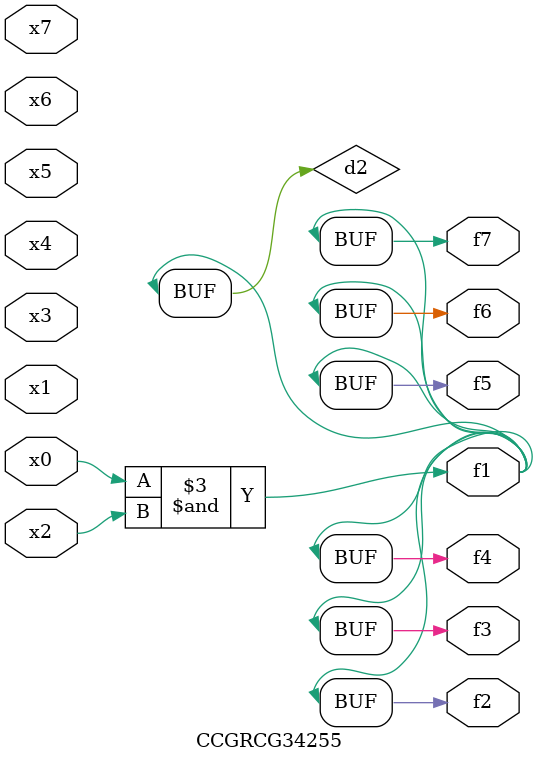
<source format=v>
module CCGRCG34255(
	input x0, x1, x2, x3, x4, x5, x6, x7,
	output f1, f2, f3, f4, f5, f6, f7
);

	wire d1, d2;

	nor (d1, x3, x6);
	and (d2, x0, x2);
	assign f1 = d2;
	assign f2 = d2;
	assign f3 = d2;
	assign f4 = d2;
	assign f5 = d2;
	assign f6 = d2;
	assign f7 = d2;
endmodule

</source>
